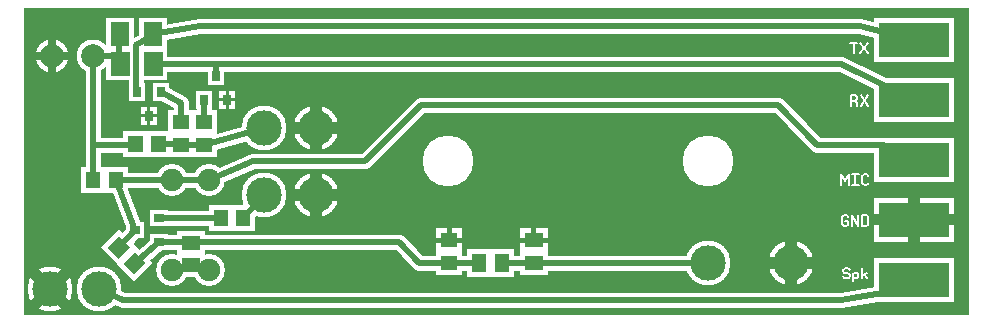
<source format=gbr>
%FSLAX34Y34*%
%MOMM*%
%LNCOPPER_BOTTOM*%
G71*
G01*
%ADD10R, 6.800X3.800*%
%ADD11C, 3.800*%
%ADD12C, 3.800*%
%ADD13C, 1.300*%
%ADD14C, 2.800*%
%ADD15R, 1.400X1.500*%
%ADD16R, 2.400X2.800*%
%ADD17R, 2.200X2.100*%
%ADD18R, 1.500X1.400*%
%ADD19R, 2.100X2.200*%
%ADD20R, 2.100X2.400*%
%ADD21C, 2.700*%
%ADD22R, 2.400X2.100*%
%ADD23C, 4.300*%
%ADD24C, 0.159*%
%ADD25C, 2.600*%
%ADD26C, 1.000*%
%ADD27C, 0.667*%
%ADD28C, 0.267*%
%ADD29C, 0.433*%
%ADD30R, 6.000X3.000*%
%ADD31C, 3.000*%
%ADD32C, 3.000*%
%ADD33C, 0.500*%
%ADD34C, 2.000*%
%ADD35R, 0.800X0.900*%
%ADD36R, 1.600X2.000*%
%ADD37R, 1.400X1.300*%
%ADD38R, 0.900X0.800*%
%ADD39R, 1.300X1.400*%
%ADD40R, 1.300X1.600*%
%ADD41C, 1.900*%
%ADD42R, 1.600X1.300*%
%ADD43C, 1.800*%
%LPD*%
G36*
X0Y0D02*
X-800000Y0D01*
X-800000Y-260000D01*
X0Y-260000D01*
X0Y0D01*
G37*
%LPC*%
X-46038Y-26988D02*
G54D10*
D03*
X-46038Y-179388D02*
G54D10*
D03*
X-46038Y-128588D02*
G54D10*
D03*
X-46038Y-77788D02*
G54D10*
D03*
X-46038Y-230188D02*
G54D10*
D03*
X-552450Y-101600D02*
G54D11*
D03*
X-552450Y-158750D02*
G54D11*
D03*
X-596900Y-101600D02*
G54D11*
D03*
X-596900Y-158750D02*
G54D11*
D03*
X-736600Y-238125D02*
G54D12*
D03*
G54D13*
X-63500Y-239712D02*
X-107950Y-247650D01*
X-715962Y-247650D01*
X-736600Y-238125D01*
X-776288Y-41275D02*
G54D14*
D03*
X-741188Y-41275D02*
G54D14*
D03*
G54D13*
X-46038Y-26988D02*
X-92075Y-15875D01*
X-650875Y-15875D01*
G54D13*
X-46038Y-77788D02*
X-107950Y-47625D01*
X-628650Y-47625D01*
X-777875Y-238125D02*
G54D12*
D03*
X-220662Y-215900D02*
G54D12*
D03*
X-150812Y-215900D02*
G54D12*
D03*
X-684212Y-71438D02*
G54D15*
D03*
X-704212Y-71438D02*
G54D15*
D03*
X-694212Y-91438D02*
G54D15*
D03*
X-647700Y-77788D02*
G54D15*
D03*
X-627700Y-77788D02*
G54D15*
D03*
X-637700Y-57787D02*
G54D15*
D03*
X-690562Y-22225D02*
G54D16*
D03*
X-718562Y-22225D02*
G54D16*
D03*
G36*
X-678562Y-33625D02*
X-702562Y-33625D01*
X-702563Y-61625D01*
X-678563Y-61625D01*
X-678562Y-33625D01*
G37*
G36*
X-706562Y-33625D02*
X-730562Y-33625D01*
X-730563Y-61625D01*
X-706563Y-61625D01*
X-706562Y-33625D01*
G37*
G54D13*
X-650875Y-15875D02*
X-690562Y-22225D01*
G54D13*
X-628650Y-47625D02*
X-690562Y-47625D01*
G54D13*
X-704850Y-71438D02*
X-704850Y-31750D01*
X-688975Y-22225D01*
G54D13*
X-637700Y-57787D02*
X-637700Y-48100D01*
X-638175Y-47625D01*
G36*
X-675775Y-104363D02*
X-696775Y-104363D01*
X-696775Y-126363D01*
X-675775Y-126363D01*
X-675775Y-104363D01*
G37*
G36*
X-694775Y-104363D02*
X-715775Y-104363D01*
X-715775Y-126363D01*
X-694775Y-126363D01*
X-694775Y-104363D01*
G37*
X-666775Y-115863D02*
G54D17*
D03*
X-666775Y-96863D02*
G54D17*
D03*
X-647725Y-115863D02*
G54D17*
D03*
X-647725Y-96863D02*
G54D17*
D03*
G54D13*
X-719138Y-22225D02*
X-719138Y-47625D01*
G54D13*
X-704850Y-115888D02*
X-741362Y-115888D01*
X-741362Y-41275D01*
G54D13*
X-686275Y-115363D02*
X-647725Y-115863D01*
X-596900Y-101600D01*
G54D13*
X-647725Y-96863D02*
X-647700Y-77788D01*
G54D13*
X-666750Y-96838D02*
X-666750Y-80962D01*
X-684212Y-71438D01*
G36*
X-690867Y-215939D02*
X-705716Y-201090D01*
X-721273Y-216646D01*
X-706424Y-231496D01*
X-690867Y-215939D01*
G37*
G36*
X-704302Y-202504D02*
X-719151Y-187655D01*
X-734708Y-203211D01*
X-719859Y-218061D01*
X-704302Y-202504D01*
G37*
X-685800Y-198438D02*
G54D18*
D03*
X-685800Y-178438D02*
G54D18*
D03*
X-705800Y-188438D02*
G54D18*
D03*
X-633462Y-178163D02*
G54D19*
D03*
X-614462Y-178162D02*
G54D19*
D03*
G54D13*
X-596900Y-158750D02*
X-612775Y-176212D01*
X-614362Y-179388D01*
G54D13*
X-633412Y-177800D02*
X-652462Y-177800D01*
X-685800Y-177800D01*
X-741362Y-146050D02*
G54D19*
D03*
X-722362Y-146050D02*
G54D19*
D03*
X-395288Y-215900D02*
G54D20*
D03*
X-414288Y-215900D02*
G54D20*
D03*
G54D13*
X-220662Y-215900D02*
X-395288Y-215900D01*
X-395288Y-215900D01*
G54D13*
X-685800Y-198438D02*
X-482600Y-198438D01*
X-465162Y-215874D01*
X-414338Y-215900D01*
G54D13*
X-71438Y-115888D02*
X-128588Y-115888D01*
X-161925Y-82550D01*
X-463550Y-82550D01*
X-511175Y-130175D01*
X-606425Y-130175D01*
X-642938Y-146050D01*
X-674688Y-146050D01*
X-722362Y-146050D01*
G54D13*
X-719505Y-202858D02*
X-705800Y-188438D01*
X-722362Y-146050D01*
G54D13*
X-685800Y-198438D02*
X-706070Y-216293D01*
G54D13*
X-741362Y-146050D02*
X-741362Y-115888D01*
G54D13*
X-741362Y-41275D02*
X-741362Y-41275D01*
X-719138Y-41275D01*
X-674688Y-222250D02*
G54D21*
D03*
X-674688Y-146050D02*
G54D21*
D03*
X-658887Y-199187D02*
G54D22*
D03*
X-658887Y-218187D02*
G54D22*
D03*
X-642938Y-146050D02*
G54D21*
D03*
X-642938Y-222250D02*
G54D21*
D03*
X-441325Y-130175D02*
G54D23*
D03*
X-220662Y-130175D02*
G54D23*
D03*
G54D24*
X-97365Y-78737D02*
X-95365Y-79848D01*
X-94699Y-80960D01*
X-94699Y-83182D01*
G54D24*
X-100032Y-83182D02*
X-100032Y-74293D01*
X-96699Y-74293D01*
X-95365Y-74848D01*
X-94699Y-75960D01*
X-94699Y-77071D01*
X-95365Y-78182D01*
X-96699Y-78737D01*
X-100032Y-78737D01*
G54D24*
X-91588Y-74293D02*
X-84921Y-83182D01*
G54D24*
X-91588Y-83182D02*
X-84921Y-74293D01*
G54D24*
X-97472Y-38732D02*
X-97472Y-29843D01*
G54D24*
X-100139Y-29843D02*
X-94806Y-29843D01*
G54D24*
X-91695Y-29843D02*
X-85028Y-38732D01*
G54D24*
X-91695Y-38732D02*
X-85028Y-29843D01*
G54D24*
X-108440Y-149857D02*
X-108440Y-140968D01*
X-105107Y-146523D01*
X-101773Y-140968D01*
X-101773Y-149857D01*
G54D24*
X-98662Y-149857D02*
X-93329Y-149857D01*
G54D24*
X-95995Y-149857D02*
X-95995Y-140968D01*
G54D24*
X-98662Y-140968D02*
X-93329Y-140968D01*
G54D24*
X-84885Y-148190D02*
X-85551Y-149301D01*
X-86885Y-149857D01*
X-88218Y-149857D01*
X-89551Y-149301D01*
X-90218Y-148190D01*
X-90218Y-142635D01*
X-89551Y-141523D01*
X-88218Y-140968D01*
X-86885Y-140968D01*
X-85551Y-141523D01*
X-84885Y-142635D01*
G54D24*
X-104539Y-180337D02*
X-101873Y-180337D01*
X-101873Y-183115D01*
X-102539Y-184226D01*
X-103873Y-184782D01*
X-105206Y-184782D01*
X-106539Y-184226D01*
X-107206Y-183115D01*
X-107206Y-177560D01*
X-106539Y-176448D01*
X-105206Y-175893D01*
X-103873Y-175893D01*
X-102539Y-176448D01*
X-101873Y-177560D01*
G54D24*
X-98762Y-184782D02*
X-98762Y-175893D01*
X-93429Y-184782D01*
X-93429Y-175893D01*
G54D24*
X-90318Y-184782D02*
X-90318Y-175893D01*
X-86985Y-175893D01*
X-85651Y-176448D01*
X-84985Y-177560D01*
X-84985Y-183115D01*
X-85651Y-184226D01*
X-86985Y-184782D01*
X-90318Y-184782D01*
G54D24*
X-106124Y-227565D02*
X-105458Y-228676D01*
X-104124Y-229232D01*
X-102791Y-229232D01*
X-101458Y-228676D01*
X-100791Y-227565D01*
X-100791Y-226454D01*
X-101458Y-225343D01*
X-102791Y-224787D01*
X-104124Y-224787D01*
X-105458Y-224232D01*
X-106124Y-223121D01*
X-106124Y-222010D01*
X-105458Y-220898D01*
X-104124Y-220343D01*
X-102791Y-220343D01*
X-101458Y-220898D01*
X-100791Y-222010D01*
G54D24*
X-97680Y-224232D02*
X-97680Y-231454D01*
G54D24*
X-97680Y-227565D02*
X-97014Y-229010D01*
X-95680Y-229232D01*
X-94347Y-229010D01*
X-93680Y-227898D01*
X-93680Y-225676D01*
X-94347Y-224565D01*
X-95680Y-224232D01*
X-97014Y-224565D01*
X-97680Y-225898D01*
G54D24*
X-90570Y-229232D02*
X-90570Y-220343D01*
G54D24*
X-88570Y-225898D02*
X-86570Y-229232D01*
G54D24*
X-90570Y-227010D02*
X-86570Y-224232D01*
X-61912Y-26988D02*
G54D25*
D03*
X-30162Y-26988D02*
G54D25*
D03*
X-61912Y-79375D02*
G54D25*
D03*
X-30162Y-79375D02*
G54D25*
D03*
X-61912Y-128588D02*
G54D25*
D03*
X-30162Y-128588D02*
G54D25*
D03*
X-61912Y-179388D02*
G54D25*
D03*
X-30162Y-179388D02*
G54D25*
D03*
X-61912Y-230188D02*
G54D25*
D03*
X-30162Y-230188D02*
G54D25*
D03*
X-368275Y-196875D02*
G54D22*
D03*
X-368275Y-215875D02*
G54D22*
D03*
X-439762Y-196874D02*
G54D17*
D03*
X-439762Y-215874D02*
G54D17*
D03*
%LPD*%
G54D26*
G36*
X-41038Y-179388D02*
X-41038Y-159888D01*
X-51038Y-159888D01*
X-51038Y-179388D01*
X-41038Y-179388D01*
G37*
G36*
X-46038Y-174388D02*
X-80538Y-174388D01*
X-80538Y-184388D01*
X-46038Y-184388D01*
X-46038Y-174388D01*
G37*
G36*
X-51038Y-179388D02*
X-51038Y-198888D01*
X-41038Y-198888D01*
X-41038Y-179388D01*
X-51038Y-179388D01*
G37*
G36*
X-46038Y-184388D02*
X-11538Y-184388D01*
X-11538Y-174388D01*
X-46038Y-174388D01*
X-46038Y-184388D01*
G37*
G54D26*
G36*
X-547450Y-101600D02*
X-547450Y-82100D01*
X-557450Y-82100D01*
X-557450Y-101600D01*
X-547450Y-101600D01*
G37*
G36*
X-552450Y-96600D02*
X-571950Y-96600D01*
X-571950Y-106600D01*
X-552450Y-106600D01*
X-552450Y-96600D01*
G37*
G36*
X-557450Y-101600D02*
X-557450Y-121100D01*
X-547450Y-121100D01*
X-547450Y-101600D01*
X-557450Y-101600D01*
G37*
G36*
X-552450Y-106600D02*
X-532950Y-106600D01*
X-532950Y-96600D01*
X-552450Y-96600D01*
X-552450Y-106600D01*
G37*
G54D26*
G36*
X-547450Y-158750D02*
X-547450Y-139250D01*
X-557450Y-139250D01*
X-557450Y-158750D01*
X-547450Y-158750D01*
G37*
G36*
X-552450Y-153750D02*
X-571950Y-153750D01*
X-571950Y-163750D01*
X-552450Y-163750D01*
X-552450Y-153750D01*
G37*
G36*
X-557450Y-158750D02*
X-557450Y-178250D01*
X-547450Y-178250D01*
X-547450Y-158750D01*
X-557450Y-158750D01*
G37*
G36*
X-552450Y-163750D02*
X-532950Y-163750D01*
X-532950Y-153750D01*
X-552450Y-153750D01*
X-552450Y-163750D01*
G37*
G54D27*
G36*
X-772954Y-41275D02*
X-772954Y-26775D01*
X-779621Y-26775D01*
X-779621Y-41275D01*
X-772954Y-41275D01*
G37*
G36*
X-776288Y-37942D02*
X-790788Y-37942D01*
X-790788Y-44608D01*
X-776288Y-44608D01*
X-776288Y-37942D01*
G37*
G36*
X-779621Y-41275D02*
X-779621Y-55775D01*
X-772954Y-55775D01*
X-772954Y-41275D01*
X-779621Y-41275D01*
G37*
G36*
X-776288Y-44608D02*
X-761788Y-44608D01*
X-761788Y-37942D01*
X-776288Y-37942D01*
X-776288Y-44608D01*
G37*
G54D26*
G36*
X-781411Y-234589D02*
X-795199Y-248378D01*
X-788128Y-255449D01*
X-774339Y-241661D01*
X-781411Y-234589D01*
G37*
G36*
X-781411Y-241661D02*
X-767622Y-255449D01*
X-760551Y-248378D01*
X-774339Y-234589D01*
X-781411Y-241661D01*
G37*
G36*
X-774339Y-241661D02*
X-760551Y-227872D01*
X-767622Y-220801D01*
X-781411Y-234589D01*
X-774339Y-241661D01*
G37*
G36*
X-774339Y-234589D02*
X-788128Y-220801D01*
X-795199Y-227872D01*
X-781411Y-241661D01*
X-774339Y-234589D01*
G37*
G54D26*
G36*
X-150812Y-220900D02*
X-131312Y-220900D01*
X-131312Y-210900D01*
X-150812Y-210900D01*
X-150812Y-220900D01*
G37*
G36*
X-145812Y-215900D02*
X-145812Y-196400D01*
X-155812Y-196400D01*
X-155812Y-215900D01*
X-145812Y-215900D01*
G37*
G36*
X-150812Y-210900D02*
X-170312Y-210900D01*
X-170312Y-220900D01*
X-150812Y-220900D01*
X-150812Y-210900D01*
G37*
G36*
X-155812Y-215900D02*
X-155812Y-235400D01*
X-145812Y-235400D01*
X-145812Y-215900D01*
X-155812Y-215900D01*
G37*
G54D28*
G36*
X-692879Y-91438D02*
X-692879Y-83438D01*
X-695546Y-83438D01*
X-695546Y-91438D01*
X-692879Y-91438D01*
G37*
G36*
X-694212Y-90104D02*
X-701712Y-90104D01*
X-701712Y-92771D01*
X-694212Y-92771D01*
X-694212Y-90104D01*
G37*
G36*
X-695546Y-91438D02*
X-695546Y-99438D01*
X-692879Y-99438D01*
X-692879Y-91438D01*
X-695546Y-91438D01*
G37*
G36*
X-694212Y-92771D02*
X-686712Y-92771D01*
X-686712Y-90104D01*
X-694212Y-90104D01*
X-694212Y-92771D01*
G37*
G54D28*
G36*
X-629034Y-77788D02*
X-629034Y-85788D01*
X-626366Y-85788D01*
X-626366Y-77788D01*
X-629034Y-77788D01*
G37*
G36*
X-627700Y-79121D02*
X-620200Y-79121D01*
X-620200Y-76454D01*
X-627700Y-76454D01*
X-627700Y-79121D01*
G37*
G36*
X-626366Y-77788D02*
X-626366Y-69788D01*
X-629034Y-69788D01*
X-629034Y-77788D01*
X-626366Y-77788D01*
G37*
G36*
X-627700Y-76454D02*
X-635200Y-76454D01*
X-635200Y-79121D01*
X-627700Y-79121D01*
X-627700Y-76454D01*
G37*
G54D29*
G36*
X-368275Y-194708D02*
X-380775Y-194708D01*
X-380775Y-199042D01*
X-368275Y-199042D01*
X-368275Y-194708D01*
G37*
G36*
X-368275Y-199042D02*
X-355775Y-199042D01*
X-355775Y-194708D01*
X-368275Y-194708D01*
X-368275Y-199042D01*
G37*
G36*
X-366108Y-196875D02*
X-366108Y-185875D01*
X-370442Y-185875D01*
X-370442Y-196875D01*
X-366108Y-196875D01*
G37*
G54D29*
G36*
X-439762Y-194708D02*
X-451262Y-194707D01*
X-451262Y-199040D01*
X-439762Y-199040D01*
X-439762Y-194708D01*
G37*
G36*
X-439762Y-199040D02*
X-428262Y-199041D01*
X-428262Y-194708D01*
X-439762Y-194708D01*
X-439762Y-199040D01*
G37*
G36*
X-437596Y-196874D02*
X-437595Y-185874D01*
X-441928Y-185874D01*
X-441928Y-196874D01*
X-437596Y-196874D01*
G37*
X-46038Y-26988D02*
G54D30*
D03*
X-46038Y-179388D02*
G54D30*
D03*
X-46038Y-128588D02*
G54D30*
D03*
X-46038Y-77788D02*
G54D30*
D03*
X-46038Y-230188D02*
G54D30*
D03*
X-552450Y-101600D02*
G54D31*
D03*
X-552450Y-158750D02*
G54D31*
D03*
X-596900Y-101600D02*
G54D31*
D03*
X-596900Y-158750D02*
G54D31*
D03*
X-736600Y-238125D02*
G54D32*
D03*
G54D33*
X-63500Y-239712D02*
X-107950Y-247650D01*
X-715962Y-247650D01*
X-736600Y-238125D01*
X-776288Y-41275D02*
G54D34*
D03*
X-741188Y-41275D02*
G54D34*
D03*
G54D33*
X-46038Y-26988D02*
X-92075Y-15875D01*
X-650875Y-15875D01*
G54D33*
X-46038Y-77788D02*
X-107950Y-47625D01*
X-628650Y-47625D01*
X-777875Y-238125D02*
G54D32*
D03*
X-220662Y-215900D02*
G54D32*
D03*
X-150812Y-215900D02*
G54D32*
D03*
X-684212Y-71438D02*
G54D35*
D03*
X-704212Y-71438D02*
G54D35*
D03*
X-694212Y-91438D02*
G54D35*
D03*
X-647700Y-77788D02*
G54D35*
D03*
X-627700Y-77788D02*
G54D35*
D03*
X-637700Y-57787D02*
G54D35*
D03*
X-690562Y-22225D02*
G54D36*
D03*
X-718562Y-22225D02*
G54D36*
D03*
G36*
X-682562Y-37625D02*
X-698562Y-37625D01*
X-698563Y-57625D01*
X-682563Y-57625D01*
X-682562Y-37625D01*
G37*
G36*
X-710562Y-37625D02*
X-726562Y-37625D01*
X-726563Y-57625D01*
X-710563Y-57625D01*
X-710562Y-37625D01*
G37*
G54D33*
X-650875Y-15875D02*
X-690562Y-22225D01*
G54D33*
X-628650Y-47625D02*
X-690562Y-47625D01*
G54D33*
X-704850Y-71438D02*
X-704850Y-31750D01*
X-688975Y-22225D01*
G54D33*
X-637700Y-57787D02*
X-637700Y-48100D01*
X-638175Y-47625D01*
G36*
X-679775Y-108363D02*
X-692775Y-108363D01*
X-692775Y-122363D01*
X-679775Y-122363D01*
X-679775Y-108363D01*
G37*
G36*
X-698775Y-108363D02*
X-711775Y-108363D01*
X-711775Y-122363D01*
X-698775Y-122363D01*
X-698775Y-108363D01*
G37*
X-666775Y-115863D02*
G54D37*
D03*
X-666775Y-96863D02*
G54D37*
D03*
X-647725Y-115863D02*
G54D37*
D03*
X-647725Y-96863D02*
G54D37*
D03*
G54D33*
X-719138Y-22225D02*
X-719138Y-47625D01*
G54D33*
X-704850Y-115888D02*
X-741362Y-115888D01*
X-741362Y-41275D01*
G54D33*
X-686275Y-115363D02*
X-647725Y-115863D01*
X-596900Y-101600D01*
G54D33*
X-647725Y-96863D02*
X-647700Y-77788D01*
G54D33*
X-666750Y-96838D02*
X-666750Y-80962D01*
X-684212Y-71438D01*
G36*
X-696524Y-215939D02*
X-705716Y-206747D01*
X-715616Y-216646D01*
X-706423Y-225839D01*
X-696524Y-215939D01*
G37*
G36*
X-709959Y-202504D02*
X-719151Y-193312D01*
X-729051Y-203211D01*
X-719858Y-212404D01*
X-709959Y-202504D01*
G37*
X-685800Y-198438D02*
G54D38*
D03*
X-685800Y-178438D02*
G54D38*
D03*
X-705800Y-188438D02*
G54D38*
D03*
X-633462Y-178163D02*
G54D39*
D03*
X-614462Y-178162D02*
G54D39*
D03*
G54D33*
X-596900Y-158750D02*
X-612775Y-176212D01*
X-614362Y-179388D01*
G54D33*
X-633412Y-177800D02*
X-652462Y-177800D01*
X-685800Y-177800D01*
X-741362Y-146050D02*
G54D39*
D03*
X-722362Y-146050D02*
G54D39*
D03*
X-395288Y-215900D02*
G54D40*
D03*
X-414288Y-215900D02*
G54D40*
D03*
G54D33*
X-220662Y-215900D02*
X-395288Y-215900D01*
X-395288Y-215900D01*
G54D33*
X-685800Y-198438D02*
X-482600Y-198438D01*
X-465162Y-215874D01*
X-414338Y-215900D01*
G54D33*
X-71438Y-115888D02*
X-128588Y-115888D01*
X-161925Y-82550D01*
X-463550Y-82550D01*
X-511175Y-130175D01*
X-606425Y-130175D01*
X-642938Y-146050D01*
X-674688Y-146050D01*
X-722362Y-146050D01*
G54D33*
X-719505Y-202858D02*
X-705800Y-188438D01*
X-722362Y-146050D01*
G54D33*
X-685800Y-198438D02*
X-706070Y-216293D01*
G54D33*
X-741362Y-146050D02*
X-741362Y-115888D01*
G54D33*
X-741362Y-41275D02*
X-741362Y-41275D01*
X-719138Y-41275D01*
X-674688Y-222250D02*
G54D41*
D03*
X-674688Y-146050D02*
G54D41*
D03*
X-658887Y-199187D02*
G54D42*
D03*
X-658887Y-218187D02*
G54D42*
D03*
X-642938Y-146050D02*
G54D41*
D03*
X-642938Y-222250D02*
G54D41*
D03*
X-61912Y-26988D02*
G54D43*
D03*
X-30162Y-26988D02*
G54D43*
D03*
X-61912Y-79375D02*
G54D43*
D03*
X-30162Y-79375D02*
G54D43*
D03*
X-61912Y-128588D02*
G54D43*
D03*
X-30162Y-128588D02*
G54D43*
D03*
X-61912Y-179388D02*
G54D43*
D03*
X-30162Y-179388D02*
G54D43*
D03*
X-61912Y-230188D02*
G54D43*
D03*
X-30162Y-230188D02*
G54D43*
D03*
X-368275Y-196875D02*
G54D42*
D03*
X-368275Y-215875D02*
G54D42*
D03*
X-439762Y-196874D02*
G54D37*
D03*
X-439762Y-215874D02*
G54D37*
D03*
M02*

</source>
